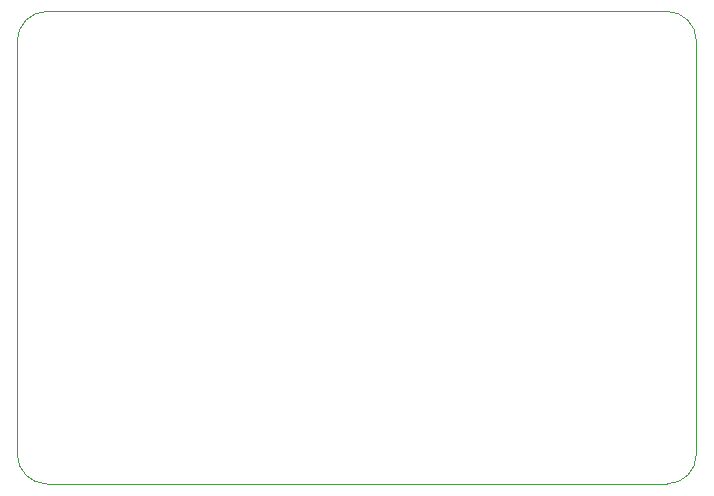
<source format=gbr>
%TF.GenerationSoftware,KiCad,Pcbnew,8.0.4-8.0.4-0~ubuntu24.04.1*%
%TF.CreationDate,2024-08-31T18:15:16+03:00*%
%TF.ProjectId,ground_control_using_pc,67726f75-6e64-45f6-936f-6e74726f6c5f,rev?*%
%TF.SameCoordinates,Original*%
%TF.FileFunction,Profile,NP*%
%FSLAX46Y46*%
G04 Gerber Fmt 4.6, Leading zero omitted, Abs format (unit mm)*
G04 Created by KiCad (PCBNEW 8.0.4-8.0.4-0~ubuntu24.04.1) date 2024-08-31 18:15:16*
%MOMM*%
%LPD*%
G01*
G04 APERTURE LIST*
%TA.AperFunction,Profile*%
%ADD10C,0.050000*%
%TD*%
G04 APERTURE END LIST*
D10*
X150000000Y-105000000D02*
X150000000Y-70000000D01*
X207500000Y-70000000D02*
X207500000Y-105000000D01*
X150000000Y-70000000D02*
G75*
G02*
X152500000Y-67500000I2500000J0D01*
G01*
X205000000Y-107500000D02*
X152500000Y-107500000D01*
X207500000Y-105000000D02*
G75*
G02*
X205000000Y-107500000I-2500000J0D01*
G01*
X152500000Y-107500000D02*
G75*
G02*
X150000000Y-105000000I0J2500000D01*
G01*
X205000000Y-67500000D02*
G75*
G02*
X207500000Y-70000000I0J-2500000D01*
G01*
X155000000Y-67500000D02*
X205000000Y-67500000D01*
X152500000Y-67500000D02*
X155000000Y-67500000D01*
M02*

</source>
